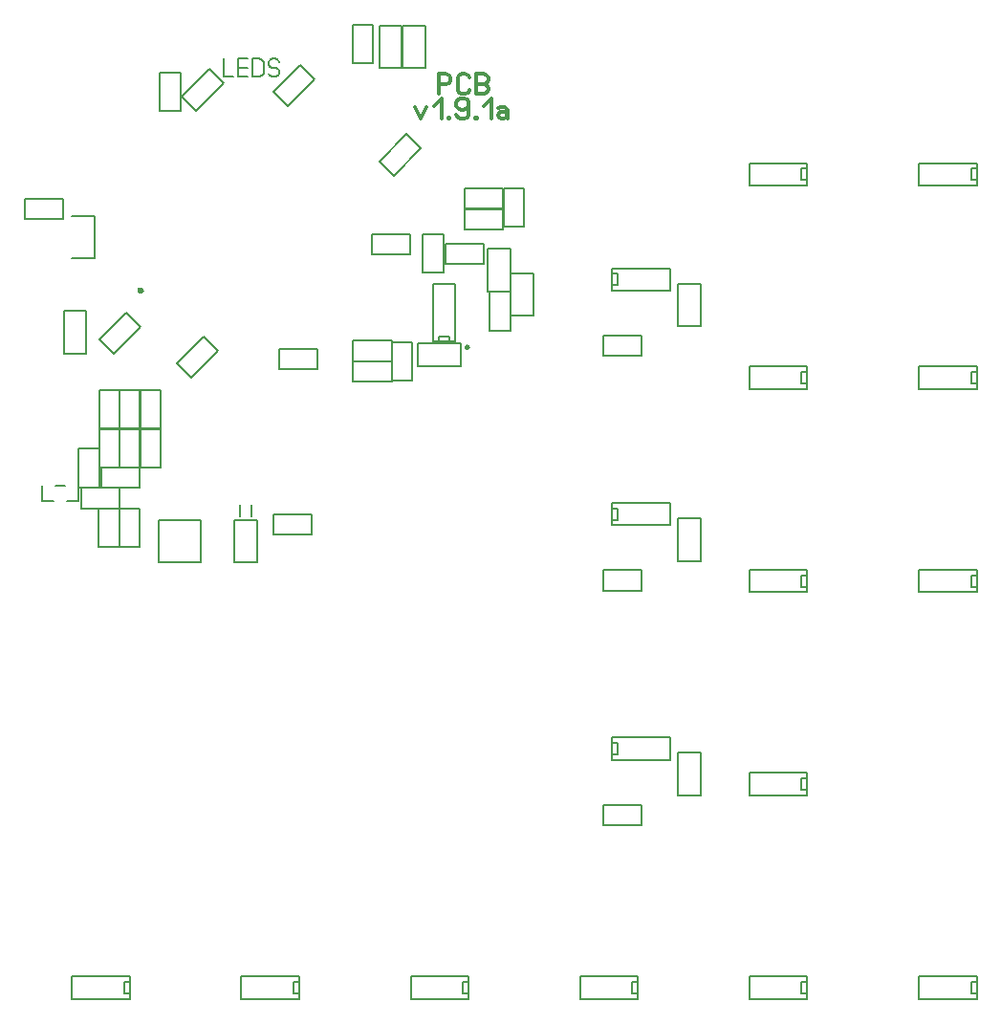
<source format=gto>
%FSLAX34Y34*%
%MOMM*%
%LNSILK_TOP*%
G71*
G01*
%ADD10C, 0.318*%
%ADD11C, 0.150*%
%ADD12C, 0.100*%
%ADD13C, 0.200*%
%ADD14C, 0.000*%
%LPD*%
G54D10*
X388360Y-79437D02*
X388360Y-61659D01*
X395026Y-61659D01*
X397693Y-62770D01*
X399026Y-64993D01*
X399026Y-67215D01*
X397693Y-69437D01*
X395026Y-70548D01*
X388360Y-70548D01*
G54D10*
X415916Y-76104D02*
X414582Y-78326D01*
X411916Y-79437D01*
X409249Y-79437D01*
X406582Y-78326D01*
X405249Y-76104D01*
X405249Y-64993D01*
X406582Y-62770D01*
X409249Y-61659D01*
X411916Y-61659D01*
X414582Y-62770D01*
X415916Y-64993D01*
G54D10*
X422138Y-79437D02*
X422138Y-61659D01*
X428804Y-61659D01*
X431471Y-62770D01*
X432805Y-64993D01*
X432805Y-67215D01*
X431471Y-69437D01*
X428804Y-70548D01*
X431471Y-71659D01*
X432805Y-73882D01*
X432805Y-76104D01*
X431471Y-78326D01*
X428804Y-79437D01*
X422138Y-79437D01*
G54D10*
X422138Y-70548D02*
X428804Y-70548D01*
G54D10*
X367323Y-91041D02*
X372656Y-101041D01*
X377989Y-91041D01*
G54D10*
X384212Y-89930D02*
X390878Y-83263D01*
X390878Y-101041D01*
G54D10*
X398167Y-101041D02*
X397101Y-101041D01*
X397101Y-100152D01*
X398167Y-100152D01*
X398167Y-101041D01*
X397101Y-101041D01*
G54D10*
X404390Y-97707D02*
X405723Y-99930D01*
X408390Y-101041D01*
X411056Y-101041D01*
X413723Y-99930D01*
X415056Y-97707D01*
X415056Y-92152D01*
X415056Y-91041D01*
X411056Y-93263D01*
X408390Y-93263D01*
X405723Y-92152D01*
X404390Y-89930D01*
X404390Y-86596D01*
X405723Y-84374D01*
X408390Y-83263D01*
X411056Y-83263D01*
X413723Y-84374D01*
X415056Y-86596D01*
X415056Y-92152D01*
G54D10*
X422345Y-101041D02*
X421279Y-101041D01*
X421279Y-100152D01*
X422345Y-100152D01*
X422345Y-101041D01*
X421279Y-101041D01*
G54D10*
X428568Y-89930D02*
X435234Y-83263D01*
X435234Y-101041D01*
G54D10*
X441457Y-92152D02*
X444123Y-91041D01*
X447323Y-91041D01*
X449457Y-93263D01*
X449457Y-101041D01*
G54D10*
X449457Y-97707D02*
X448123Y-95485D01*
X445457Y-95041D01*
X442790Y-95485D01*
X441457Y-97707D01*
X441990Y-99930D01*
X444123Y-101041D01*
X445457Y-101041D01*
X445990Y-101041D01*
X448123Y-99930D01*
X449457Y-97707D01*
G54D11*
X63602Y-187093D02*
X83602Y-187093D01*
X83602Y-225093D01*
X63602Y-225093D01*
G54D12*
G75*
G01X126909Y-253422D02*
G03X126909Y-253422I-2500J0D01*
G01*
G36*
G75*
G01X126909Y-253422D02*
G03X126909Y-253422I-2500J0D01*
G01*
G37*
X126909Y-253422D01*
G54D11*
X329240Y-221328D02*
X329240Y-203328D01*
X363240Y-203328D01*
X363240Y-221328D01*
X329240Y-221328D01*
G54D11*
X445856Y-181169D02*
X445856Y-199169D01*
X411856Y-199169D01*
X411856Y-181169D01*
X445856Y-181169D01*
G54D11*
X445856Y-162912D02*
X445856Y-180912D01*
X411856Y-180912D01*
X411856Y-162912D01*
X445856Y-162912D01*
G54D11*
X360231Y-114965D02*
X372959Y-127693D01*
X348917Y-151735D01*
X336189Y-139007D01*
X360231Y-114965D01*
G54D11*
X247550Y-322994D02*
X247550Y-304994D01*
X281550Y-304994D01*
X281550Y-322994D01*
X247550Y-322994D01*
G54D11*
X383358Y-298793D02*
X403358Y-298793D01*
X403358Y-247693D01*
X383358Y-247693D01*
X383358Y-298793D01*
G54D11*
X388358Y-298793D02*
X398358Y-298793D01*
X398359Y-293793D01*
X388358Y-293793D01*
X388358Y-298793D01*
G54D13*
X198224Y-48121D02*
X198224Y-64121D01*
X206624Y-64121D01*
G54D13*
X219424Y-64121D02*
X211024Y-64121D01*
X211024Y-48121D01*
X219424Y-48121D01*
G54D13*
X211024Y-56121D02*
X219424Y-56121D01*
G54D13*
X223824Y-64121D02*
X223824Y-48121D01*
X229824Y-48121D01*
X232224Y-49121D01*
X233424Y-51121D01*
X233424Y-61121D01*
X232224Y-63121D01*
X229824Y-64121D01*
X223824Y-64121D01*
G54D13*
X237824Y-61121D02*
X239024Y-63121D01*
X241424Y-64121D01*
X243824Y-64121D01*
X246224Y-63121D01*
X247424Y-61121D01*
X247424Y-59121D01*
X246224Y-57121D01*
X243824Y-56121D01*
X241424Y-56121D01*
X239024Y-55121D01*
X237824Y-53121D01*
X237824Y-51121D01*
X239024Y-49121D01*
X241424Y-48121D01*
X243824Y-48121D01*
X246224Y-49121D01*
X247424Y-51121D01*
G54D11*
X141813Y-60682D02*
X159813Y-60682D01*
X159813Y-94682D01*
X141813Y-94682D01*
X141813Y-60682D01*
G54D11*
X266166Y-53741D02*
X278894Y-66469D01*
X254853Y-90510D01*
X242125Y-77782D01*
X266166Y-53741D01*
G54D11*
X185204Y-57312D02*
X197932Y-70040D01*
X173890Y-94082D01*
X161162Y-81354D01*
X185204Y-57312D01*
G54D11*
X156406Y-317998D02*
X169134Y-330726D01*
X193175Y-306684D01*
X180448Y-293956D01*
X156406Y-317998D01*
G54D11*
X142118Y-341775D02*
X124119Y-341775D01*
X124119Y-375775D01*
X142118Y-375775D01*
X142118Y-341775D01*
G54D11*
X124259Y-341775D02*
X106260Y-341775D01*
X106260Y-375775D01*
X124259Y-375775D01*
X124259Y-341775D01*
G54D11*
X142118Y-375906D02*
X124119Y-375906D01*
X124119Y-409906D01*
X142118Y-409906D01*
X142118Y-375906D01*
G54D11*
X124259Y-375906D02*
X106260Y-375906D01*
X106260Y-409906D01*
X124259Y-409906D01*
X124259Y-375906D01*
G54D11*
X105538Y-446649D02*
X87539Y-446648D01*
X87539Y-480648D01*
X105539Y-480648D01*
X105538Y-446649D01*
G54D11*
X123924Y-446718D02*
X105924Y-446718D01*
X105924Y-480718D01*
X123924Y-480718D01*
X123924Y-446718D01*
G54D11*
X37483Y-426517D02*
X37483Y-439518D01*
X47483Y-439517D01*
G54D11*
X57483Y-426517D02*
X49483Y-426517D01*
G54D11*
X428639Y-211894D02*
X428639Y-229894D01*
X394639Y-229894D01*
X394639Y-211894D01*
X428639Y-211894D01*
G54D11*
X346922Y-297896D02*
X346922Y-315896D01*
X312922Y-315896D01*
X312922Y-297896D01*
X346922Y-297896D01*
G54D11*
X451827Y-288787D02*
X433827Y-288787D01*
X433827Y-254787D01*
X451827Y-254787D01*
X451827Y-288787D01*
G54D11*
X432063Y-216396D02*
X452063Y-216396D01*
X452063Y-254396D01*
X432063Y-254396D01*
X432063Y-216396D01*
G54D11*
X408389Y-300356D02*
X408389Y-320356D01*
X370389Y-320356D01*
X370389Y-300356D01*
X408389Y-300356D01*
G54D11*
X452270Y-237893D02*
X472270Y-237893D01*
X472270Y-275893D01*
X452270Y-275893D01*
X452270Y-237893D01*
G54D11*
X346922Y-316152D02*
X346922Y-334152D01*
X312922Y-334152D01*
X312922Y-316152D01*
X346922Y-316152D01*
G54D11*
X464380Y-163181D02*
X446380Y-163181D01*
X446380Y-197181D01*
X464380Y-197181D01*
X464380Y-163181D01*
G54D11*
X276277Y-451724D02*
X276277Y-469724D01*
X242277Y-469724D01*
X242277Y-451724D01*
X276277Y-451724D01*
G54D11*
X312366Y-18385D02*
X330366Y-18385D01*
X330366Y-52385D01*
X312366Y-52385D01*
X312366Y-18385D01*
G54D11*
X105815Y-341796D02*
X87815Y-341796D01*
X87815Y-375796D01*
X105815Y-375796D01*
X105815Y-341796D01*
G54D11*
X105812Y-376098D02*
X87812Y-376097D01*
X87812Y-410097D01*
X105812Y-410098D01*
X105812Y-376098D01*
G54D11*
X105768Y-446194D02*
X105769Y-428195D01*
X71769Y-428195D01*
X71768Y-446195D01*
X105768Y-446194D01*
G54D11*
X123925Y-428338D02*
X123925Y-410338D01*
X89925Y-410338D01*
X89925Y-428338D01*
X123925Y-428338D01*
G54D11*
X124904Y-285378D02*
X112176Y-272650D01*
X88134Y-296692D01*
X100862Y-309420D01*
X124904Y-285378D01*
G54D11*
X69746Y-427607D02*
X87746Y-427608D01*
X87746Y-393608D01*
X69746Y-393607D01*
X69746Y-427607D01*
G54D11*
X69489Y-426523D02*
X69489Y-439523D01*
X59489Y-439523D01*
G54D11*
X21978Y-190161D02*
X21978Y-172161D01*
X55978Y-172161D01*
X55978Y-190161D01*
X21978Y-190161D01*
G54D11*
X714993Y-880600D02*
X714993Y-860600D01*
X663892Y-860600D01*
X663892Y-880600D01*
X714993Y-880600D01*
G54D11*
X714993Y-875600D02*
X714993Y-865600D01*
X709993Y-865600D01*
X709993Y-875600D01*
X714993Y-875600D01*
G54D11*
X264993Y-880600D02*
X264993Y-860600D01*
X213892Y-860600D01*
X213892Y-880600D01*
X264993Y-880600D01*
G54D11*
X264993Y-875600D02*
X264993Y-865600D01*
X259993Y-865600D01*
X259993Y-875600D01*
X264993Y-875600D01*
G54D11*
X414993Y-880600D02*
X414993Y-860600D01*
X363893Y-860600D01*
X363892Y-880600D01*
X414993Y-880600D01*
G54D11*
X414993Y-875600D02*
X414993Y-865600D01*
X409993Y-865600D01*
X409993Y-875600D01*
X414993Y-875600D01*
G54D11*
X864992Y-880600D02*
X864992Y-860600D01*
X813892Y-860600D01*
X813892Y-880600D01*
X864992Y-880600D01*
G54D11*
X864992Y-875600D02*
X864992Y-865600D01*
X859992Y-865600D01*
X859992Y-875600D01*
X864992Y-875600D01*
G54D11*
X564993Y-880600D02*
X564992Y-860600D01*
X513892Y-860600D01*
X513892Y-880600D01*
X564993Y-880600D01*
G54D11*
X564992Y-875600D02*
X564992Y-865600D01*
X559992Y-865600D01*
X559993Y-875600D01*
X564992Y-875600D01*
G54D11*
X114993Y-880600D02*
X114992Y-860600D01*
X63892Y-860600D01*
X63892Y-880600D01*
X114993Y-880600D01*
G54D11*
X114992Y-875600D02*
X114992Y-865600D01*
X109992Y-865600D01*
X109993Y-875600D01*
X114992Y-875600D01*
G54D11*
X714993Y-700600D02*
X714992Y-680600D01*
X663892Y-680600D01*
X663892Y-700600D01*
X714993Y-700600D01*
G54D11*
X714992Y-695600D02*
X714992Y-685600D01*
X709992Y-685600D01*
X709993Y-695600D01*
X714992Y-695600D01*
G54D11*
X714993Y-520600D02*
X714992Y-500600D01*
X663892Y-500600D01*
X663892Y-520600D01*
X714993Y-520600D01*
G54D11*
X714992Y-515600D02*
X714992Y-505600D01*
X709992Y-505600D01*
X709993Y-515600D01*
X714992Y-515600D01*
G54D11*
X864993Y-520600D02*
X864993Y-500600D01*
X813893Y-500600D01*
X813892Y-520600D01*
X864993Y-520600D01*
G54D11*
X864993Y-515600D02*
X864993Y-505600D01*
X859993Y-505600D01*
X859993Y-515600D01*
X864993Y-515600D01*
G54D11*
X864993Y-340600D02*
X864993Y-320600D01*
X813892Y-320600D01*
X813892Y-340600D01*
X864993Y-340600D01*
G54D11*
X864993Y-335600D02*
X864993Y-325600D01*
X859993Y-325600D01*
X859993Y-335600D01*
X864993Y-335600D01*
G54D11*
X714993Y-340600D02*
X714993Y-320600D01*
X663893Y-320600D01*
X663892Y-340600D01*
X714993Y-340600D01*
G54D11*
X714993Y-335600D02*
X714993Y-325600D01*
X709993Y-325600D01*
X709993Y-335600D01*
X714993Y-335600D01*
G54D11*
X542202Y-649024D02*
X542202Y-669024D01*
X593302Y-669024D01*
X593302Y-649024D01*
X542202Y-649024D01*
G54D11*
X542202Y-654024D02*
X542202Y-664024D01*
X547202Y-664024D01*
X547202Y-654024D01*
X542202Y-654024D01*
G54D11*
X534299Y-726790D02*
X534299Y-708790D01*
X568299Y-708790D01*
X568299Y-726790D01*
X534299Y-726790D01*
G54D11*
X864993Y-160600D02*
X864993Y-140600D01*
X813892Y-140600D01*
X813892Y-160600D01*
X864993Y-160600D01*
G54D11*
X864993Y-155600D02*
X864993Y-145600D01*
X859993Y-145600D01*
X859993Y-155600D01*
X864993Y-155600D01*
G54D11*
X714992Y-160600D02*
X714992Y-140600D01*
X663892Y-140600D01*
X663892Y-160600D01*
X714992Y-160600D01*
G54D11*
X714992Y-155600D02*
X714992Y-145600D01*
X709992Y-145600D01*
X709992Y-155600D01*
X714992Y-155600D01*
G54D11*
X364957Y-333420D02*
X346957Y-333420D01*
X346957Y-299420D01*
X364957Y-299420D01*
X364957Y-333420D01*
G54D11*
X392626Y-237332D02*
X374626Y-237332D01*
X374626Y-203332D01*
X392626Y-203332D01*
X392626Y-237332D01*
G54D11*
X336050Y-18703D02*
X356050Y-18703D01*
X356050Y-56703D01*
X336050Y-56703D01*
X336050Y-18703D01*
G54D11*
X356687Y-18703D02*
X376687Y-18703D01*
X376687Y-56703D01*
X356687Y-56703D01*
X356687Y-18703D01*
G54D13*
X207715Y-456698D02*
X207715Y-494198D01*
X227715Y-494198D01*
X227715Y-456698D01*
X207715Y-456698D01*
G54D13*
X212715Y-453523D02*
X212715Y-443523D01*
G54D13*
X222715Y-453523D02*
X222715Y-443523D01*
G54D13*
X140494Y-456803D02*
X178197Y-456803D01*
X178197Y-494109D01*
X140494Y-494109D01*
X140494Y-456803D01*
G54D11*
X56472Y-271437D02*
X76472Y-271437D01*
X76472Y-309437D01*
X56472Y-309437D01*
X56472Y-271437D01*
G54D14*
G75*
G01X415940Y-303609D02*
G03X415940Y-303609I-2000J0D01*
G01*
G36*
G75*
G01X415940Y-303609D02*
G03X415940Y-303609I-2000J0D01*
G01*
G37*
X415940Y-303609D01*
G54D11*
X600639Y-662504D02*
X620639Y-662504D01*
X620639Y-700504D01*
X600639Y-700504D01*
X600639Y-662504D01*
G54D11*
X542202Y-441378D02*
X542202Y-461378D01*
X593302Y-461378D01*
X593302Y-441378D01*
X542202Y-441378D01*
G54D11*
X542202Y-446378D02*
X542202Y-456378D01*
X547202Y-456378D01*
X547202Y-446378D01*
X542202Y-446378D01*
G54D11*
X534299Y-519145D02*
X534299Y-501145D01*
X568299Y-501145D01*
X568299Y-519145D01*
X534299Y-519145D01*
G54D11*
X600639Y-454859D02*
X620639Y-454859D01*
X620639Y-492859D01*
X600639Y-492859D01*
X600639Y-454859D01*
G54D11*
X542202Y-233734D02*
X542202Y-253734D01*
X593302Y-253734D01*
X593302Y-233734D01*
X542202Y-233734D01*
G54D11*
X542202Y-238734D02*
X542202Y-248734D01*
X547202Y-248734D01*
X547202Y-238734D01*
X542202Y-238734D01*
G54D11*
X534299Y-311500D02*
X534299Y-293500D01*
X568299Y-293500D01*
X568299Y-311500D01*
X534299Y-311500D01*
G54D11*
X600639Y-247214D02*
X620639Y-247214D01*
X620639Y-285214D01*
X600639Y-285214D01*
X600639Y-247214D01*
M02*

</source>
